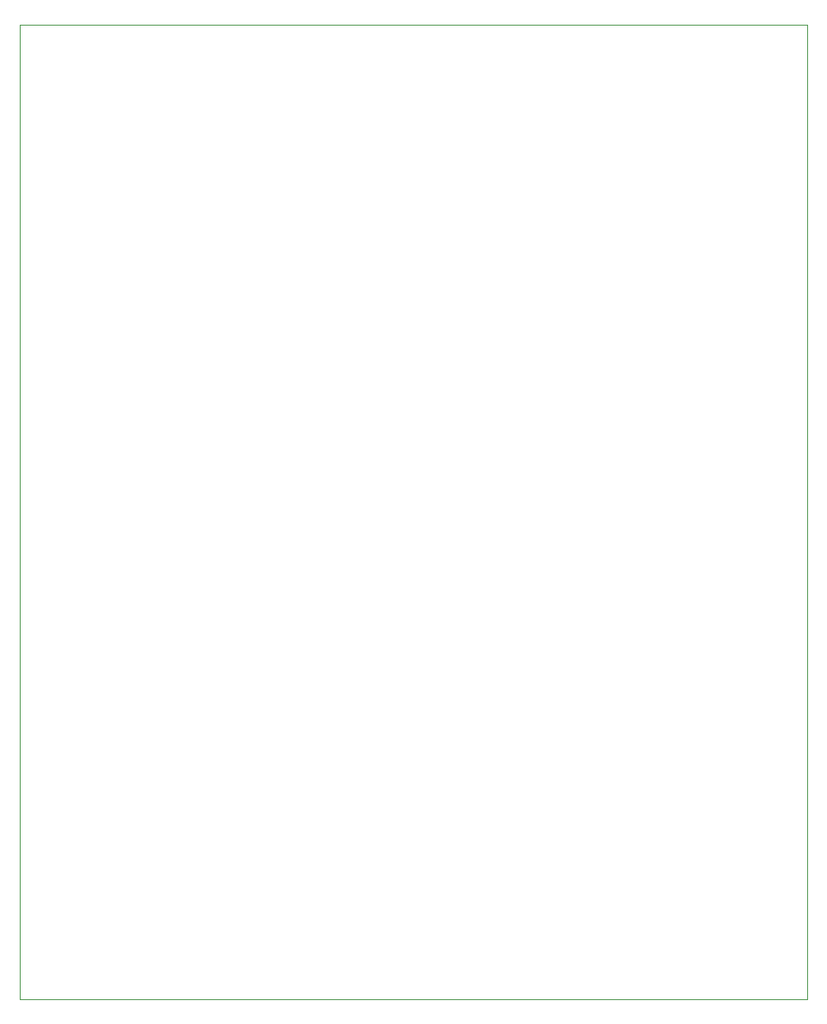
<source format=gbr>
%TF.GenerationSoftware,KiCad,Pcbnew,(6.0.11)*%
%TF.CreationDate,2023-05-22T16:20:36+01:00*%
%TF.ProjectId,Quango_Components,5175616e-676f-45f4-936f-6d706f6e656e,rev?*%
%TF.SameCoordinates,Original*%
%TF.FileFunction,Profile,NP*%
%FSLAX46Y46*%
G04 Gerber Fmt 4.6, Leading zero omitted, Abs format (unit mm)*
G04 Created by KiCad (PCBNEW (6.0.11)) date 2023-05-22 16:20:36*
%MOMM*%
%LPD*%
G01*
G04 APERTURE LIST*
%TA.AperFunction,Profile*%
%ADD10C,0.100000*%
%TD*%
G04 APERTURE END LIST*
D10*
X50100000Y-39000000D02*
X130900000Y-39000000D01*
X130900000Y-39000000D02*
X130900000Y-139000000D01*
X130900000Y-139000000D02*
X50100000Y-139000000D01*
X50100000Y-139000000D02*
X50100000Y-39000000D01*
M02*

</source>
